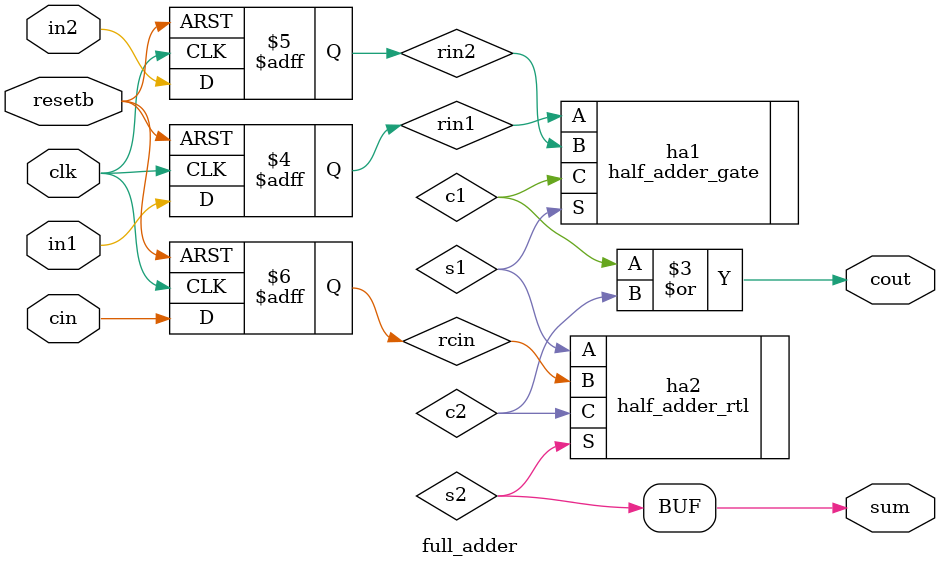
<source format=v>
`timescale 1 ns/1 ps

module full_adder(sum,cout,in1,in2,cin,clk,resetb);
    output sum, cout;
    input  in1, in2, cin;
    input  clk, resetb;

    wire   sum, cout;
    reg    rin1, rin2, rcin;
    wire   s1, c1;
    wire   s2, c2;

    always @ (posedge clk or negedge resetb) begin
         if (resetb==1'b0) begin
            rin1 <= 1'b0;
            rin2 <= 1'b0;
            rcin <= 1'b0;
         end else begin
            rin1 <= in1;
            rin2 <= in2;
            rcin <= cin;
         end
    end
    
    half_adder_gate ha1 (.S(s1), .C(c1), .A(rin1), .B(rin2));
    half_adder_rtl  ha2 (.S(s2), .C(c2), .A(s1),   .B(rcin));

    assign sum = s2;
    assign cout = c1|c2;
endmodule

</source>
